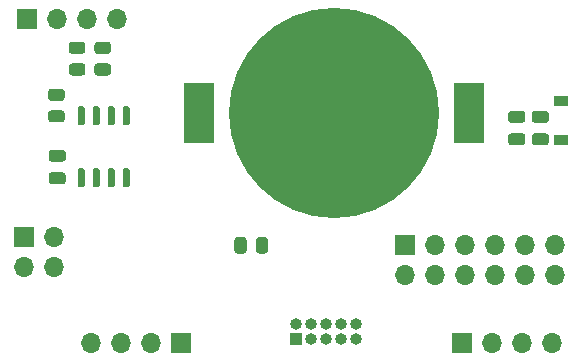
<source format=gbr>
%TF.GenerationSoftware,KiCad,Pcbnew,5.1.9-73d0e3b20d~88~ubuntu20.04.1*%
%TF.CreationDate,2021-02-15T14:30:30+00:00*%
%TF.ProjectId,daughter_board,64617567-6874-4657-925f-626f6172642e,rev?*%
%TF.SameCoordinates,Original*%
%TF.FileFunction,Soldermask,Bot*%
%TF.FilePolarity,Negative*%
%FSLAX46Y46*%
G04 Gerber Fmt 4.6, Leading zero omitted, Abs format (unit mm)*
G04 Created by KiCad (PCBNEW 5.1.9-73d0e3b20d~88~ubuntu20.04.1) date 2021-02-15 14:30:30*
%MOMM*%
%LPD*%
G01*
G04 APERTURE LIST*
%ADD10O,1.700000X1.700000*%
%ADD11R,1.700000X1.700000*%
%ADD12R,2.500000X5.100000*%
%ADD13C,17.800000*%
%ADD14R,1.219200X0.914400*%
%ADD15O,1.000000X1.000000*%
%ADD16R,1.000000X1.000000*%
G04 APERTURE END LIST*
%TO.C,C4*%
G36*
G01*
X153975000Y-108725000D02*
X153025000Y-108725000D01*
G75*
G02*
X152775000Y-108475000I0J250000D01*
G01*
X152775000Y-107975000D01*
G75*
G02*
X153025000Y-107725000I250000J0D01*
G01*
X153975000Y-107725000D01*
G75*
G02*
X154225000Y-107975000I0J-250000D01*
G01*
X154225000Y-108475000D01*
G75*
G02*
X153975000Y-108725000I-250000J0D01*
G01*
G37*
G36*
G01*
X153975000Y-110625000D02*
X153025000Y-110625000D01*
G75*
G02*
X152775000Y-110375000I0J250000D01*
G01*
X152775000Y-109875000D01*
G75*
G02*
X153025000Y-109625000I250000J0D01*
G01*
X153975000Y-109625000D01*
G75*
G02*
X154225000Y-109875000I0J-250000D01*
G01*
X154225000Y-110375000D01*
G75*
G02*
X153975000Y-110625000I-250000J0D01*
G01*
G37*
%TD*%
%TO.C,C1*%
G36*
G01*
X113075000Y-112025000D02*
X112125000Y-112025000D01*
G75*
G02*
X111875000Y-111775000I0J250000D01*
G01*
X111875000Y-111275000D01*
G75*
G02*
X112125000Y-111025000I250000J0D01*
G01*
X113075000Y-111025000D01*
G75*
G02*
X113325000Y-111275000I0J-250000D01*
G01*
X113325000Y-111775000D01*
G75*
G02*
X113075000Y-112025000I-250000J0D01*
G01*
G37*
G36*
G01*
X113075000Y-113925000D02*
X112125000Y-113925000D01*
G75*
G02*
X111875000Y-113675000I0J250000D01*
G01*
X111875000Y-113175000D01*
G75*
G02*
X112125000Y-112925000I250000J0D01*
G01*
X113075000Y-112925000D01*
G75*
G02*
X113325000Y-113175000I0J-250000D01*
G01*
X113325000Y-113675000D01*
G75*
G02*
X113075000Y-113925000I-250000J0D01*
G01*
G37*
%TD*%
D10*
%TO.C,J5*%
X154735000Y-121590000D03*
X154735000Y-119050000D03*
X152195000Y-121590000D03*
X152195000Y-119050000D03*
X149655000Y-121590000D03*
X149655000Y-119050000D03*
X147115000Y-121590000D03*
X147115000Y-119050000D03*
X144575000Y-121590000D03*
X144575000Y-119050000D03*
X142035000Y-121590000D03*
D11*
X142035000Y-119050000D03*
%TD*%
D12*
%TO.C,BT1*%
X124575000Y-107925000D03*
X147475000Y-107925000D03*
D13*
X136025000Y-107925000D03*
%TD*%
D10*
%TO.C,J2*%
X112315000Y-120940000D03*
X109775000Y-120940000D03*
X112315000Y-118400000D03*
D11*
X109775000Y-118400000D03*
%TD*%
D10*
%TO.C,APDS9930*%
X115480000Y-127400000D03*
X118020000Y-127400000D03*
X120560000Y-127400000D03*
D11*
X123100000Y-127400000D03*
%TD*%
%TO.C,C6*%
G36*
G01*
X151975000Y-108725000D02*
X151025000Y-108725000D01*
G75*
G02*
X150775000Y-108475000I0J250000D01*
G01*
X150775000Y-107975000D01*
G75*
G02*
X151025000Y-107725000I250000J0D01*
G01*
X151975000Y-107725000D01*
G75*
G02*
X152225000Y-107975000I0J-250000D01*
G01*
X152225000Y-108475000D01*
G75*
G02*
X151975000Y-108725000I-250000J0D01*
G01*
G37*
G36*
G01*
X151975000Y-110625000D02*
X151025000Y-110625000D01*
G75*
G02*
X150775000Y-110375000I0J250000D01*
G01*
X150775000Y-109875000D01*
G75*
G02*
X151025000Y-109625000I250000J0D01*
G01*
X151975000Y-109625000D01*
G75*
G02*
X152225000Y-109875000I0J-250000D01*
G01*
X152225000Y-110375000D01*
G75*
G02*
X151975000Y-110625000I-250000J0D01*
G01*
G37*
%TD*%
%TO.C,R9*%
G36*
G01*
X114725002Y-102900000D02*
X113824998Y-102900000D01*
G75*
G02*
X113575000Y-102650002I0J249998D01*
G01*
X113575000Y-102124998D01*
G75*
G02*
X113824998Y-101875000I249998J0D01*
G01*
X114725002Y-101875000D01*
G75*
G02*
X114975000Y-102124998I0J-249998D01*
G01*
X114975000Y-102650002D01*
G75*
G02*
X114725002Y-102900000I-249998J0D01*
G01*
G37*
G36*
G01*
X114725002Y-104725000D02*
X113824998Y-104725000D01*
G75*
G02*
X113575000Y-104475002I0J249998D01*
G01*
X113575000Y-103949998D01*
G75*
G02*
X113824998Y-103700000I249998J0D01*
G01*
X114725002Y-103700000D01*
G75*
G02*
X114975000Y-103949998I0J-249998D01*
G01*
X114975000Y-104475002D01*
G75*
G02*
X114725002Y-104725000I-249998J0D01*
G01*
G37*
%TD*%
%TO.C,R8*%
G36*
G01*
X116900002Y-102900000D02*
X115999998Y-102900000D01*
G75*
G02*
X115750000Y-102650002I0J249998D01*
G01*
X115750000Y-102124998D01*
G75*
G02*
X115999998Y-101875000I249998J0D01*
G01*
X116900002Y-101875000D01*
G75*
G02*
X117150000Y-102124998I0J-249998D01*
G01*
X117150000Y-102650002D01*
G75*
G02*
X116900002Y-102900000I-249998J0D01*
G01*
G37*
G36*
G01*
X116900002Y-104725000D02*
X115999998Y-104725000D01*
G75*
G02*
X115750000Y-104475002I0J249998D01*
G01*
X115750000Y-103949998D01*
G75*
G02*
X115999998Y-103700000I249998J0D01*
G01*
X116900002Y-103700000D01*
G75*
G02*
X117150000Y-103949998I0J-249998D01*
G01*
X117150000Y-104475002D01*
G75*
G02*
X116900002Y-104725000I-249998J0D01*
G01*
G37*
%TD*%
%TO.C,U1*%
G36*
G01*
X114470000Y-112550000D02*
X114770000Y-112550000D01*
G75*
G02*
X114920000Y-112700000I0J-150000D01*
G01*
X114920000Y-114050000D01*
G75*
G02*
X114770000Y-114200000I-150000J0D01*
G01*
X114470000Y-114200000D01*
G75*
G02*
X114320000Y-114050000I0J150000D01*
G01*
X114320000Y-112700000D01*
G75*
G02*
X114470000Y-112550000I150000J0D01*
G01*
G37*
G36*
G01*
X115740000Y-112550000D02*
X116040000Y-112550000D01*
G75*
G02*
X116190000Y-112700000I0J-150000D01*
G01*
X116190000Y-114050000D01*
G75*
G02*
X116040000Y-114200000I-150000J0D01*
G01*
X115740000Y-114200000D01*
G75*
G02*
X115590000Y-114050000I0J150000D01*
G01*
X115590000Y-112700000D01*
G75*
G02*
X115740000Y-112550000I150000J0D01*
G01*
G37*
G36*
G01*
X117010000Y-112550000D02*
X117310000Y-112550000D01*
G75*
G02*
X117460000Y-112700000I0J-150000D01*
G01*
X117460000Y-114050000D01*
G75*
G02*
X117310000Y-114200000I-150000J0D01*
G01*
X117010000Y-114200000D01*
G75*
G02*
X116860000Y-114050000I0J150000D01*
G01*
X116860000Y-112700000D01*
G75*
G02*
X117010000Y-112550000I150000J0D01*
G01*
G37*
G36*
G01*
X118280000Y-112550000D02*
X118580000Y-112550000D01*
G75*
G02*
X118730000Y-112700000I0J-150000D01*
G01*
X118730000Y-114050000D01*
G75*
G02*
X118580000Y-114200000I-150000J0D01*
G01*
X118280000Y-114200000D01*
G75*
G02*
X118130000Y-114050000I0J150000D01*
G01*
X118130000Y-112700000D01*
G75*
G02*
X118280000Y-112550000I150000J0D01*
G01*
G37*
G36*
G01*
X118280000Y-107300000D02*
X118580000Y-107300000D01*
G75*
G02*
X118730000Y-107450000I0J-150000D01*
G01*
X118730000Y-108800000D01*
G75*
G02*
X118580000Y-108950000I-150000J0D01*
G01*
X118280000Y-108950000D01*
G75*
G02*
X118130000Y-108800000I0J150000D01*
G01*
X118130000Y-107450000D01*
G75*
G02*
X118280000Y-107300000I150000J0D01*
G01*
G37*
G36*
G01*
X117010000Y-107300000D02*
X117310000Y-107300000D01*
G75*
G02*
X117460000Y-107450000I0J-150000D01*
G01*
X117460000Y-108800000D01*
G75*
G02*
X117310000Y-108950000I-150000J0D01*
G01*
X117010000Y-108950000D01*
G75*
G02*
X116860000Y-108800000I0J150000D01*
G01*
X116860000Y-107450000D01*
G75*
G02*
X117010000Y-107300000I150000J0D01*
G01*
G37*
G36*
G01*
X115740000Y-107300000D02*
X116040000Y-107300000D01*
G75*
G02*
X116190000Y-107450000I0J-150000D01*
G01*
X116190000Y-108800000D01*
G75*
G02*
X116040000Y-108950000I-150000J0D01*
G01*
X115740000Y-108950000D01*
G75*
G02*
X115590000Y-108800000I0J150000D01*
G01*
X115590000Y-107450000D01*
G75*
G02*
X115740000Y-107300000I150000J0D01*
G01*
G37*
G36*
G01*
X114470000Y-107300000D02*
X114770000Y-107300000D01*
G75*
G02*
X114920000Y-107450000I0J-150000D01*
G01*
X114920000Y-108800000D01*
G75*
G02*
X114770000Y-108950000I-150000J0D01*
G01*
X114470000Y-108950000D01*
G75*
G02*
X114320000Y-108800000I0J150000D01*
G01*
X114320000Y-107450000D01*
G75*
G02*
X114470000Y-107300000I150000J0D01*
G01*
G37*
%TD*%
D14*
%TO.C,D5*%
X155250000Y-110188300D03*
X155250000Y-106911700D03*
%TD*%
D10*
%TO.C,AHT10*%
X154520000Y-127400000D03*
X151980000Y-127400000D03*
X149440000Y-127400000D03*
D11*
X146900000Y-127400000D03*
%TD*%
D15*
%TO.C,J3*%
X137855000Y-125730000D03*
X137855000Y-127000000D03*
X136585000Y-125730000D03*
X136585000Y-127000000D03*
X135315000Y-125730000D03*
X135315000Y-127000000D03*
X134045000Y-125730000D03*
X134045000Y-127000000D03*
X132775000Y-125730000D03*
D16*
X132775000Y-127000000D03*
%TD*%
%TO.C,R3*%
G36*
G01*
X112074998Y-107675000D02*
X112975002Y-107675000D01*
G75*
G02*
X113225000Y-107924998I0J-249998D01*
G01*
X113225000Y-108450002D01*
G75*
G02*
X112975002Y-108700000I-249998J0D01*
G01*
X112074998Y-108700000D01*
G75*
G02*
X111825000Y-108450002I0J249998D01*
G01*
X111825000Y-107924998D01*
G75*
G02*
X112074998Y-107675000I249998J0D01*
G01*
G37*
G36*
G01*
X112074998Y-105850000D02*
X112975002Y-105850000D01*
G75*
G02*
X113225000Y-106099998I0J-249998D01*
G01*
X113225000Y-106625002D01*
G75*
G02*
X112975002Y-106875000I-249998J0D01*
G01*
X112074998Y-106875000D01*
G75*
G02*
X111825000Y-106625002I0J249998D01*
G01*
X111825000Y-106099998D01*
G75*
G02*
X112074998Y-105850000I249998J0D01*
G01*
G37*
%TD*%
%TO.C,R2*%
G36*
G01*
X128625000Y-118649998D02*
X128625000Y-119550002D01*
G75*
G02*
X128375002Y-119800000I-249998J0D01*
G01*
X127849998Y-119800000D01*
G75*
G02*
X127600000Y-119550002I0J249998D01*
G01*
X127600000Y-118649998D01*
G75*
G02*
X127849998Y-118400000I249998J0D01*
G01*
X128375002Y-118400000D01*
G75*
G02*
X128625000Y-118649998I0J-249998D01*
G01*
G37*
G36*
G01*
X130450000Y-118649998D02*
X130450000Y-119550002D01*
G75*
G02*
X130200002Y-119800000I-249998J0D01*
G01*
X129674998Y-119800000D01*
G75*
G02*
X129425000Y-119550002I0J249998D01*
G01*
X129425000Y-118649998D01*
G75*
G02*
X129674998Y-118400000I249998J0D01*
G01*
X130200002Y-118400000D01*
G75*
G02*
X130450000Y-118649998I0J-249998D01*
G01*
G37*
%TD*%
D10*
%TO.C,J1*%
X117645000Y-99900000D03*
X115105000Y-99900000D03*
X112565000Y-99900000D03*
D11*
X110025000Y-99900000D03*
%TD*%
M02*

</source>
